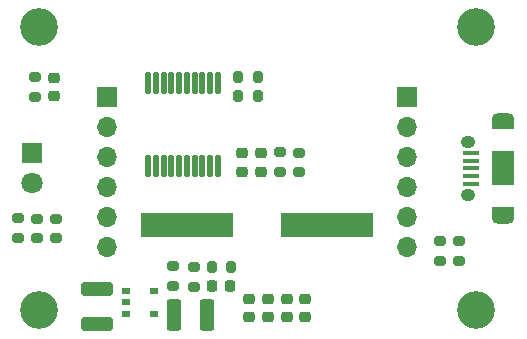
<source format=gbr>
%TF.GenerationSoftware,KiCad,Pcbnew,6.0.0*%
%TF.CreationDate,2022-01-15T13:45:41+01:00*%
%TF.ProjectId,ir_daughter_board,69725f64-6175-4676-9874-65725f626f61,rev?*%
%TF.SameCoordinates,Original*%
%TF.FileFunction,Soldermask,Bot*%
%TF.FilePolarity,Negative*%
%FSLAX46Y46*%
G04 Gerber Fmt 4.6, Leading zero omitted, Abs format (unit mm)*
G04 Created by KiCad (PCBNEW 6.0.0) date 2022-01-15 13:45:41*
%MOMM*%
%LPD*%
G01*
G04 APERTURE LIST*
G04 Aperture macros list*
%AMRoundRect*
0 Rectangle with rounded corners*
0 $1 Rounding radius*
0 $2 $3 $4 $5 $6 $7 $8 $9 X,Y pos of 4 corners*
0 Add a 4 corners polygon primitive as box body*
4,1,4,$2,$3,$4,$5,$6,$7,$8,$9,$2,$3,0*
0 Add four circle primitives for the rounded corners*
1,1,$1+$1,$2,$3*
1,1,$1+$1,$4,$5*
1,1,$1+$1,$6,$7*
1,1,$1+$1,$8,$9*
0 Add four rect primitives between the rounded corners*
20,1,$1+$1,$2,$3,$4,$5,0*
20,1,$1+$1,$4,$5,$6,$7,0*
20,1,$1+$1,$6,$7,$8,$9,0*
20,1,$1+$1,$8,$9,$2,$3,0*%
G04 Aperture macros list end*
%ADD10C,3.200000*%
%ADD11R,1.700000X1.700000*%
%ADD12O,1.700000X1.700000*%
%ADD13RoundRect,0.200000X-0.275000X0.200000X-0.275000X-0.200000X0.275000X-0.200000X0.275000X0.200000X0*%
%ADD14RoundRect,0.200000X0.275000X-0.200000X0.275000X0.200000X-0.275000X0.200000X-0.275000X-0.200000X0*%
%ADD15RoundRect,0.225000X0.250000X-0.225000X0.250000X0.225000X-0.250000X0.225000X-0.250000X-0.225000X0*%
%ADD16RoundRect,0.125000X0.125000X-0.825000X0.125000X0.825000X-0.125000X0.825000X-0.125000X-0.825000X0*%
%ADD17RoundRect,0.250000X-0.375000X-1.075000X0.375000X-1.075000X0.375000X1.075000X-0.375000X1.075000X0*%
%ADD18RoundRect,0.225000X-0.250000X0.225000X-0.250000X-0.225000X0.250000X-0.225000X0.250000X0.225000X0*%
%ADD19RoundRect,0.200000X0.200000X0.275000X-0.200000X0.275000X-0.200000X-0.275000X0.200000X-0.275000X0*%
%ADD20RoundRect,0.225000X0.225000X0.250000X-0.225000X0.250000X-0.225000X-0.250000X0.225000X-0.250000X0*%
%ADD21R,0.700000X0.510000*%
%ADD22R,1.800000X1.800000*%
%ADD23C,1.800000*%
%ADD24RoundRect,0.250000X-1.100000X0.325000X-1.100000X-0.325000X1.100000X-0.325000X1.100000X0.325000X0*%
%ADD25R,7.875000X2.000000*%
%ADD26RoundRect,0.200000X-0.200000X-0.275000X0.200000X-0.275000X0.200000X0.275000X-0.200000X0.275000X0*%
%ADD27R,1.350000X0.400000*%
%ADD28O,1.900000X1.000000*%
%ADD29O,1.250000X1.050000*%
%ADD30R,1.900000X2.900000*%
%ADD31R,1.900000X0.875000*%
G04 APERTURE END LIST*
D10*
%TO.C,H4*%
X101000000Y-85000000D03*
%TD*%
%TO.C,H2*%
X101000000Y-109000000D03*
%TD*%
D11*
%TO.C,J3*%
X132080000Y-91000000D03*
D12*
X132080000Y-93540000D03*
X132080000Y-96080000D03*
X132080000Y-98620000D03*
X132080000Y-101160000D03*
X132080000Y-103700000D03*
%TD*%
D10*
%TO.C,H3*%
X138000000Y-109000000D03*
%TD*%
%TO.C,H1*%
X138000000Y-85000000D03*
%TD*%
D11*
%TO.C,J2*%
X106680000Y-91000000D03*
D12*
X106680000Y-93540000D03*
X106680000Y-96080000D03*
X106680000Y-98620000D03*
X106680000Y-101160000D03*
X106680000Y-103700000D03*
%TD*%
D13*
%TO.C,R2*%
X123000000Y-95675000D03*
X123000000Y-97325000D03*
%TD*%
%TO.C,R13*%
X114071400Y-105359200D03*
X114071400Y-107009200D03*
%TD*%
D14*
%TO.C,R10*%
X112268000Y-106959400D03*
X112268000Y-105309400D03*
%TD*%
D15*
%TO.C,C8*%
X121930132Y-109601600D03*
X121930132Y-108051600D03*
%TD*%
D16*
%TO.C,U1*%
X116082000Y-96819600D03*
X115432000Y-96819600D03*
X114782000Y-96819600D03*
X114132000Y-96819600D03*
X113482000Y-96819600D03*
X112832000Y-96819600D03*
X112182000Y-96819600D03*
X111532000Y-96819600D03*
X110882000Y-96819600D03*
X110232000Y-96819600D03*
X110232000Y-89819600D03*
X110882000Y-89819600D03*
X111532000Y-89819600D03*
X112182000Y-89819600D03*
X112832000Y-89819600D03*
X113482000Y-89819600D03*
X114132000Y-89819600D03*
X114782000Y-89819600D03*
X115432000Y-89819600D03*
X116082000Y-89819600D03*
%TD*%
D17*
%TO.C,L1*%
X112391800Y-109444000D03*
X115191800Y-109444000D03*
%TD*%
D18*
%TO.C,C10*%
X102200000Y-89325000D03*
X102200000Y-90875000D03*
%TD*%
D19*
%TO.C,R7*%
X119481600Y-90881200D03*
X117831600Y-90881200D03*
%TD*%
%TO.C,R11*%
X117221000Y-105384600D03*
X115571000Y-105384600D03*
%TD*%
D20*
%TO.C,C2*%
X117170200Y-106959400D03*
X115620200Y-106959400D03*
%TD*%
D13*
%TO.C,R1*%
X121400000Y-95650000D03*
X121400000Y-97300000D03*
%TD*%
D21*
%TO.C,IC1*%
X108364800Y-109306400D03*
X108364800Y-108356400D03*
X108364800Y-107406400D03*
X110684800Y-107406400D03*
X110684800Y-109306400D03*
%TD*%
D15*
%TO.C,C5*%
X118160800Y-97295000D03*
X118160800Y-95745000D03*
%TD*%
D22*
%TO.C,D6*%
X100400000Y-95700000D03*
D23*
X100400000Y-98240000D03*
%TD*%
D14*
%TO.C,R3*%
X102400000Y-102925000D03*
X102400000Y-101275000D03*
%TD*%
D24*
%TO.C,C1*%
X105890000Y-107207000D03*
X105890000Y-110157000D03*
%TD*%
D15*
%TO.C,C7*%
X120350266Y-109601600D03*
X120350266Y-108051600D03*
%TD*%
D13*
%TO.C,R8*%
X100800000Y-101275000D03*
X100800000Y-102925000D03*
%TD*%
D15*
%TO.C,C4*%
X118770400Y-109601600D03*
X118770400Y-108051600D03*
%TD*%
D25*
%TO.C,Y1*%
X125342900Y-101803200D03*
X113467900Y-101803200D03*
%TD*%
D26*
%TO.C,R6*%
X117843800Y-89306400D03*
X119493800Y-89306400D03*
%TD*%
D14*
%TO.C,R5*%
X136500000Y-104825000D03*
X136500000Y-103175000D03*
%TD*%
%TO.C,R14*%
X99200000Y-102900000D03*
X99200000Y-101250000D03*
%TD*%
D13*
%TO.C,R4*%
X134900000Y-103175000D03*
X134900000Y-104825000D03*
%TD*%
D15*
%TO.C,C3*%
X123510000Y-109601600D03*
X123510000Y-108051600D03*
%TD*%
D13*
%TO.C,R9*%
X100600000Y-89275000D03*
X100600000Y-90925000D03*
%TD*%
D27*
%TO.C,J1*%
X137575000Y-98300000D03*
X137575000Y-97650000D03*
X137575000Y-97000000D03*
X137575000Y-96350000D03*
X137575000Y-95700000D03*
D28*
X140250000Y-92825000D03*
D29*
X137250000Y-99225000D03*
D30*
X140250000Y-97000000D03*
D29*
X137250000Y-94775000D03*
D31*
X140250000Y-93262500D03*
D28*
X140250000Y-101175000D03*
D31*
X140250000Y-100737500D03*
%TD*%
D18*
%TO.C,C6*%
X119800000Y-95725000D03*
X119800000Y-97275000D03*
%TD*%
M02*

</source>
